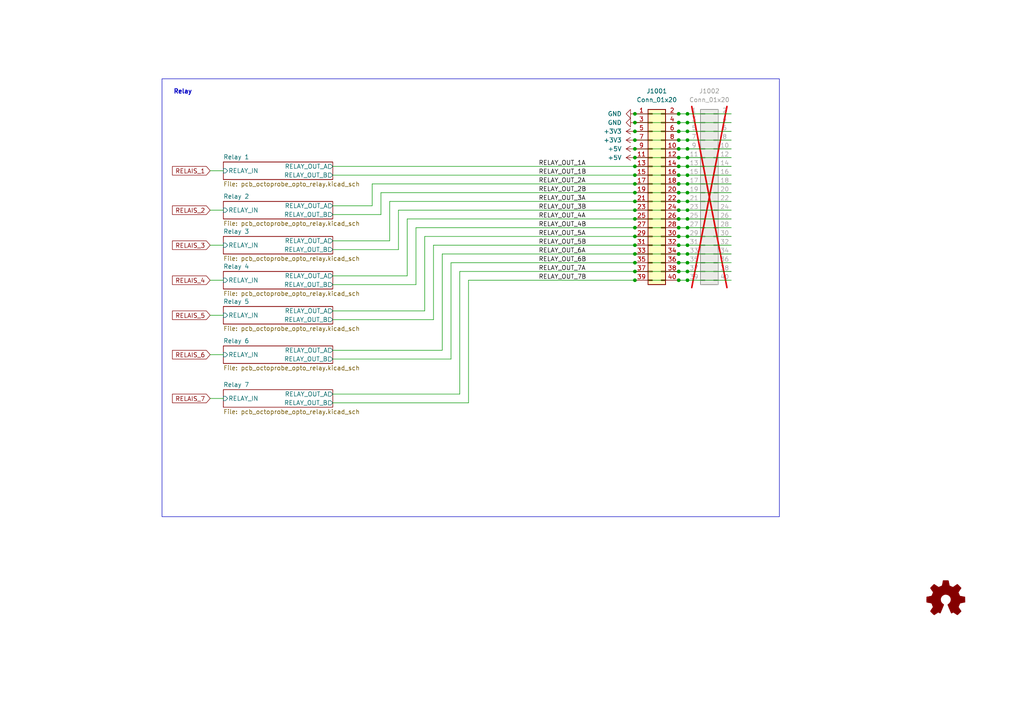
<source format=kicad_sch>
(kicad_sch (version 20231120) (generator "eeschema") (generator_version "8.0")
  (paper "A4")
  (title_block (title "Octoprobe tentacle") (date "2024-07-31") (rev "0.3") (company "Hans Märki, Märki Informatik") (comment 1 "The MIT License (MIT)"))
  (lib_symbols
    (symbol "Connector_Generic:Conn_02x20_Odd_Even" (pin_names (offset 1.016) hide)
      (property "Reference" "J" (at 1.27 25.4 0))
      (property "Value" "Conn_02x20_Odd_Even" (at 1.27 -27.94 0))
      (symbol "Conn_02x20_Odd_Even_1_1"
        (rectangle (start -1.27 -25.273) (end 0 -25.527) (stroke (width 0.1524)))
        (rectangle (start -1.27 -22.733) (end 0 -22.987) (stroke (width 0.1524)))
        (rectangle (start -1.27 -20.193) (end 0 -20.447) (stroke (width 0.1524)))
        (rectangle (start -1.27 -17.653) (end 0 -17.907) (stroke (width 0.1524)))
        (rectangle (start -1.27 -15.113) (end 0 -15.367) (stroke (width 0.1524)))
        (rectangle (start -1.27 -12.573) (end 0 -12.827) (stroke (width 0.1524)))
        (rectangle (start -1.27 -10.033) (end 0 -10.287) (stroke (width 0.1524)))
        (rectangle (start -1.27 -7.493) (end 0 -7.747) (stroke (width 0.1524)))
        (rectangle (start -1.27 -4.953) (end 0 -5.207) (stroke (width 0.1524)))
        (rectangle (start -1.27 -2.413) (end 0 -2.667) (stroke (width 0.1524)))
        (rectangle (start -1.27 0.127) (end 0 -0.127) (stroke (width 0.1524)))
        (rectangle (start -1.27 2.667) (end 0 2.413) (stroke (width 0.1524)))
        (rectangle (start -1.27 5.207) (end 0 4.953) (stroke (width 0.1524)))
        (rectangle (start -1.27 7.747) (end 0 7.493) (stroke (width 0.1524)))
        (rectangle (start -1.27 10.287) (end 0 10.033) (stroke (width 0.1524)))
        (rectangle (start -1.27 12.827) (end 0 12.573) (stroke (width 0.1524)))
        (rectangle (start -1.27 15.367) (end 0 15.113) (stroke (width 0.1524)))
        (rectangle (start -1.27 17.907) (end 0 17.653) (stroke (width 0.1524)))
        (rectangle (start -1.27 20.447) (end 0 20.193) (stroke (width 0.1524)))
        (rectangle (start -1.27 22.987) (end 0 22.733) (stroke (width 0.1524)))
        (rectangle (start -1.27 24.13) (end 3.81 -26.67) (stroke (width 0.254)) (fill (type background)))
        (rectangle (start 3.81 -25.273) (end 2.54 -25.527) (stroke (width 0.1524)))
        (rectangle (start 3.81 -22.733) (end 2.54 -22.987) (stroke (width 0.1524)))
        (rectangle (start 3.81 -20.193) (end 2.54 -20.447) (stroke (width 0.1524)))
        (rectangle (start 3.81 -17.653) (end 2.54 -17.907) (stroke (width 0.1524)))
        (rectangle (start 3.81 -15.113) (end 2.54 -15.367) (stroke (width 0.1524)))
        (rectangle (start 3.81 -12.573) (end 2.54 -12.827) (stroke (width 0.1524)))
        (rectangle (start 3.81 -10.033) (end 2.54 -10.287) (stroke (width 0.1524)))
        (rectangle (start 3.81 -7.493) (end 2.54 -7.747) (stroke (width 0.1524)))
        (rectangle (start 3.81 -4.953) (end 2.54 -5.207) (stroke (width 0.1524)))
        (rectangle (start 3.81 -2.413) (end 2.54 -2.667) (stroke (width 0.1524)))
        (rectangle (start 3.81 0.127) (end 2.54 -0.127) (stroke (width 0.1524)))
        (rectangle (start 3.81 2.667) (end 2.54 2.413) (stroke (width 0.1524)))
        (rectangle (start 3.81 5.207) (end 2.54 4.953) (stroke (width 0.1524)))
        (rectangle (start 3.81 7.747) (end 2.54 7.493) (stroke (width 0.1524)))
        (rectangle (start 3.81 10.287) (end 2.54 10.033) (stroke (width 0.1524)))
        (rectangle (start 3.81 12.827) (end 2.54 12.573) (stroke (width 0.1524)))
        (rectangle (start 3.81 15.367) (end 2.54 15.113) (stroke (width 0.1524)))
        (rectangle (start 3.81 17.907) (end 2.54 17.653) (stroke (width 0.1524)))
        (rectangle (start 3.81 20.447) (end 2.54 20.193) (stroke (width 0.1524)))
        (rectangle (start 3.81 22.987) (end 2.54 22.733) (stroke (width 0.1524)))
        (pin passive line (at -5.08 22.86 0) (length 3.81) (name "Pin_1") (number "1"))
        (pin passive line (at 7.62 12.7 180) (length 3.81) (name "Pin_10") (number "10"))
        (pin passive line (at -5.08 10.16 0) (length 3.81) (name "Pin_11") (number "11"))
        (pin passive line (at 7.62 10.16 180) (length 3.81) (name "Pin_12") (number "12"))
        (pin passive line (at -5.08 7.62 0) (length 3.81) (name "Pin_13") (number "13"))
        (pin passive line (at 7.62 7.62 180) (length 3.81) (name "Pin_14") (number "14"))
        (pin passive line (at -5.08 5.08 0) (length 3.81) (name "Pin_15") (number "15"))
        (pin passive line (at 7.62 5.08 180) (length 3.81) (name "Pin_16") (number "16"))
        (pin passive line (at -5.08 2.54 0) (length 3.81) (name "Pin_17") (number "17"))
        (pin passive line (at 7.62 2.54 180) (length 3.81) (name "Pin_18") (number "18"))
        (pin passive line (at -5.08 0 0) (length 3.81) (name "Pin_19") (number "19"))
        (pin passive line (at 7.62 22.86 180) (length 3.81) (name "Pin_2") (number "2"))
        (pin passive line (at 7.62 0 180) (length 3.81) (name "Pin_20") (number "20"))
        (pin passive line (at -5.08 -2.54 0) (length 3.81) (name "Pin_21") (number "21"))
        (pin passive line (at 7.62 -2.54 180) (length 3.81) (name "Pin_22") (number "22"))
        (pin passive line (at -5.08 -5.08 0) (length 3.81) (name "Pin_23") (number "23"))
        (pin passive line (at 7.62 -5.08 180) (length 3.81) (name "Pin_24") (number "24"))
        (pin passive line (at -5.08 -7.62 0) (length 3.81) (name "Pin_25") (number "25"))
        (pin passive line (at 7.62 -7.62 180) (length 3.81) (name "Pin_26") (number "26"))
        (pin passive line (at -5.08 -10.16 0) (length 3.81) (name "Pin_27") (number "27"))
        (pin passive line (at 7.62 -10.16 180) (length 3.81) (name "Pin_28") (number "28"))
        (pin passive line (at -5.08 -12.7 0) (length 3.81) (name "Pin_29") (number "29"))
        (pin passive line (at -5.08 20.32 0) (length 3.81) (name "Pin_3") (number "3"))
        (pin passive line (at 7.62 -12.7 180) (length 3.81) (name "Pin_30") (number "30"))
        (pin passive line (at -5.08 -15.24 0) (length 3.81) (name "Pin_31") (number "31"))
        (pin passive line (at 7.62 -15.24 180) (length 3.81) (name "Pin_32") (number "32"))
        (pin passive line (at -5.08 -17.78 0) (length 3.81) (name "Pin_33") (number "33"))
        (pin passive line (at 7.62 -17.78 180) (length 3.81) (name "Pin_34") (number "34"))
        (pin passive line (at -5.08 -20.32 0) (length 3.81) (name "Pin_35") (number "35"))
        (pin passive line (at 7.62 -20.32 180) (length 3.81) (name "Pin_36") (number "36"))
        (pin passive line (at -5.08 -22.86 0) (length 3.81) (name "Pin_37") (number "37"))
        (pin passive line (at 7.62 -22.86 180) (length 3.81) (name "Pin_38") (number "38"))
        (pin passive line (at -5.08 -25.4 0) (length 3.81) (name "Pin_39") (number "39"))
        (pin passive line (at 7.62 20.32 180) (length 3.81) (name "Pin_4") (number "4"))
        (pin passive line (at 7.62 -25.4 180) (length 3.81) (name "Pin_40") (number "40"))
        (pin passive line (at -5.08 17.78 0) (length 3.81) (name "Pin_5") (number "5"))
        (pin passive line (at 7.62 17.78 180) (length 3.81) (name "Pin_6") (number "6"))
        (pin passive line (at -5.08 15.24 0) (length 3.81) (name "Pin_7") (number "7"))
        (pin passive line (at 7.62 15.24 180) (length 3.81) (name "Pin_8") (number "8"))
        (pin passive line (at -5.08 12.7 0) (length 3.81) (name "Pin_9") (number "9"))
      )
    )
    (symbol "Graphic:Logo_Open_Hardware_Small" (in_bom no) (on_board no)
      (symbol "Logo_Open_Hardware_Small_0_1"
        (polyline (pts (xy 3.3528 -4.3434) (xy 3.302 -4.318) (xy 3.175 -4.2418) (xy 2.9972 -4.1148) (xy 2.7686 -3.9624) (xy 2.54 -3.81) (xy 2.3622 -3.7084) (xy 2.2352 -3.6068) (xy 2.1844 -3.5814) (xy 2.159 -3.6068) (xy 2.0574 -3.6576) (xy 1.905 -3.7338) (xy 1.8034 -3.7846) (xy 1.6764 -3.8354) (xy 1.6002 -3.8354) (xy 1.6002 -3.8354) (xy 1.5494 -3.7338) (xy 1.4732 -3.5306) (xy 1.3462 -3.302) (xy 1.2446 -3.0226) (xy 1.1176 -2.7178) (xy 0.9652 -2.413) (xy 0.8636 -2.1082) (xy 0.7366 -1.8288) (xy 0.6604 -1.6256) (xy 0.6096 -1.4732) (xy 0.5842 -1.397) (xy 0.5842 -1.397) (xy 0.6604 -1.3208) (xy 0.7874 -1.2446) (xy 1.0414 -1.016) (xy 1.2954 -0.6858) (xy 1.4478 -0.3302) (xy 1.524 0.0762) (xy 1.4732 0.4572) (xy 1.3208 0.8128) (xy 1.0668 1.143) (xy 0.762 1.3716) (xy 0.4064 1.524) (xy 0 1.5748) (xy -0.381 1.5494) (xy -0.7366 1.397) (xy -1.0668 1.143) (xy -1.2192 0.9906) (xy -1.397 0.6604) (xy -1.524 0.3048) (xy -1.524 0.2286) (xy -1.4986 -0.1778) (xy -1.397 -0.5334) (xy -1.1938 -0.8636) (xy -0.9144 -1.143) (xy -0.8636 -1.1684) (xy -0.7366 -1.27) (xy -0.635 -1.3462) (xy -0.5842 -1.397) (xy -1.0668 -2.5908) (xy -1.143 -2.794) (xy -1.2954 -3.1242) (xy -1.397 -3.4036) (xy -1.4986 -3.6322) (xy -1.5748 -3.7846) (xy -1.6002 -3.8354) (xy -1.6002 -3.8354) (xy -1.651 -3.8354) (xy -1.7272 -3.81) (xy -1.905 -3.7338) (xy -2.0066 -3.683) (xy -2.1336 -3.6068) (xy -2.2098 -3.5814) (xy -2.2606 -3.6068) (xy -2.3622 -3.683) (xy -2.54 -3.81) (xy -2.7686 -3.9624) (xy -2.9718 -4.0894) (xy -3.1496 -4.2164) (xy -3.302 -4.318) (xy -3.3528 -4.3434) (xy -3.3782 -4.3434) (xy -3.429 -4.318) (xy -3.5306 -4.2164) (xy -3.7084 -4.064) (xy -3.937 -3.8354) (xy -3.9624 -3.81) (xy -4.1656 -3.6068) (xy -4.318 -3.4544) (xy -4.4196 -3.3274) (xy -4.445 -3.2766) (xy -4.445 -3.2766) (xy -4.4196 -3.2258) (xy -4.318 -3.0734) (xy -4.2164 -2.8956) (xy -4.064 -2.667) (xy -3.6576 -2.0828) (xy -3.8862 -1.5494) (xy -3.937 -1.3716) (xy -4.0386 -1.1684) (xy -4.0894 -1.0414) (xy -4.1148 -0.9652) (xy -4.191 -0.9398) (xy -4.318 -0.9144) (xy -4.5466 -0.8636) (xy -4.8006 -0.8128) (xy -5.0546 -0.7874) (xy -5.2578 -0.7366) (xy -5.4356 -0.7112) (xy -5.5118 -0.6858) (xy -5.5118 -0.6858) (xy -5.5372 -0.635) (xy -5.5372 -0.5588) (xy -5.5372 -0.4318) (xy -5.5626 -0.2286) (xy -5.5626 0.0762) (xy -5.5626 0.127) (xy -5.5372 0.4064) (xy -5.5372 0.635) (xy -5.5372 0.762) (xy -5.5372 0.8382) (xy -5.5372 0.8382) (xy -5.461 0.8382) (xy -5.3086 0.889) (xy -5.08 0.9144) (xy -4.826 0.9652) (xy -4.8006 0.9906) (xy -4.5466 1.0414) (xy -4.318 1.0668) (xy -4.1656 1.1176) (xy -4.0894 1.143) (xy -4.0894 1.143) (xy -4.0386 1.2446) (xy -3.9624 1.4224) (xy -3.8608 1.6256) (xy -3.7846 1.8288) (xy -3.7084 2.0066) (xy -3.6576 2.159) (xy -3.6322 2.2098) (xy -3.6322 2.2098) (xy -3.683 2.286) (xy -3.7592 2.413) (xy -3.8862 2.5908) (xy -4.064 2.8194) (xy -4.064 2.8448) (xy -4.2164 3.0734) (xy -4.3434 3.2512) (xy -4.4196 3.3782) (xy -4.445 3.4544) (xy -4.445 3.4544) (xy -4.3942 3.5052) (xy -4.2926 3.6322) (xy -4.1148 3.81) (xy -3.937 4.0132) (xy -3.8608 4.064) (xy -3.6576 4.2926) (xy -3.5052 4.4196) (xy -3.4036 4.4958) (xy -3.3528 4.5212) (xy -3.3528 4.5212) (xy -3.302 4.4704) (xy -3.1496 4.3688) (xy -2.9718 4.2418) (xy -2.7432 4.0894) (xy -2.7178 4.0894) (xy -2.4892 3.937) (xy -2.3114 3.81) (xy -2.1844 3.7084) (xy -2.1336 3.683) (xy -2.1082 3.683) (xy -2.032 3.7084) (xy -1.8542 3.7592) (xy -1.6764 3.8354) (xy -1.4732 3.937) (xy -1.27 4.0132) (xy -1.143 4.064) (xy -1.0668 4.1148) (xy -1.0668 4.1148) (xy -1.0414 4.191) (xy -1.016 4.3434) (xy -0.9652 4.572) (xy -0.9144 4.8514) (xy -0.889 4.9022) (xy -0.8382 5.1562) (xy -0.8128 5.3848) (xy -0.7874 5.5372) (xy -0.762 5.588) (xy -0.7112 5.6134) (xy -0.5842 5.6134) (xy -0.4064 5.6134) (xy -0.1524 5.6134) (xy 0.0762 5.6134) (xy 0.3302 5.6134) (xy 0.5334 5.6134) (xy 0.6858 5.588) (xy 0.7366 5.588) (xy 0.7366 5.588) (xy 0.762 5.5118) (xy 0.8128 5.334) (xy 0.8382 5.1054) (xy 0.9144 4.826) (xy 0.9144 4.7752) (xy 0.9652 4.5212) (xy 1.016 4.2926) (xy 1.0414 4.1402) (xy 1.0668 4.0894) (xy 1.0668 4.0894) (xy 1.1938 4.0386) (xy 1.3716 3.9624) (xy 1.5748 3.8608) (xy 2.0828 3.6576) (xy 2.7178 4.0894) (xy 2.7686 4.1402) (xy 2.9972 4.2926) (xy 3.175 4.4196) (xy 3.302 4.4958) (xy 3.3782 4.5212) (xy 3.3782 4.5212) (xy 3.429 4.4704) (xy 3.556 4.3434) (xy 3.7338 4.191) (xy 3.9116 3.9878) (xy 4.064 3.8354) (xy 4.2418 3.6576) (xy 4.3434 3.556) (xy 4.4196 3.4798) (xy 4.4196 3.429) (xy 4.4196 3.4036) (xy 4.3942 3.3274) (xy 4.2926 3.2004) (xy 4.1656 2.9972) (xy 4.0132 2.794) (xy 3.8862 2.5908) (xy 3.7592 2.3876) (xy 3.6576 2.2352) (xy 3.6322 2.159) (xy 3.6322 2.1336) (xy 3.683 2.0066) (xy 3.7592 1.8288) (xy 3.8608 1.6002) (xy 4.064 1.1176) (xy 4.3942 1.0414) (xy 4.5974 1.016) (xy 4.8768 0.9652) (xy 5.1308 0.9144) (xy 5.5372 0.8382) (xy 5.5626 -0.6604) (xy 5.4864 -0.6858) (xy 5.4356 -0.6858) (xy 5.2832 -0.7366) (xy 5.0546 -0.762) (xy 4.8006 -0.8128) (xy 4.5974 -0.8636) (xy 4.3688 -0.9144) (xy 4.2164 -0.9398) (xy 4.1402 -0.9398) (xy 4.1148 -0.9652) (xy 4.064 -1.0668) (xy 3.9878 -1.2446) (xy 3.9116 -1.4478) (xy 3.81 -1.651) (xy 3.7338 -1.8542) (xy 3.683 -2.0066) (xy 3.6576 -2.0828) (xy 3.683 -2.1336) (xy 3.7846 -2.2606) (xy 3.8862 -2.4638) (xy 4.0386 -2.667) (xy 4.191 -2.8956) (xy 4.318 -3.0734) (xy 4.3942 -3.2004) (xy 4.445 -3.2766) (xy 4.4196 -3.3274) (xy 4.3434 -3.429) (xy 4.1656 -3.5814) (xy 3.937 -3.8354) (xy 3.8862 -3.8608) (xy 3.683 -4.064) (xy 3.5306 -4.2164) (xy 3.4036 -4.318) (xy 3.3528 -4.3434)) (fill (type outline)))
      )
    )
    (symbol "power:+3V3" (power) (pin_numbers hide) (pin_names (offset 0) hide)
      (property "Value" "+3V3" (at 0 3.556 0))
      (symbol "+3V3_0_1"
        (polyline (pts (xy -0.762 1.27) (xy 0 2.54)))
        (polyline (pts (xy 0 0) (xy 0 2.54)))
        (polyline (pts (xy 0 2.54) (xy 0.762 1.27)))
      )
      (symbol "+3V3_1_1"
        (pin power_in line (at 0 0 90) (length 0) (name "~") (number "1"))
      )
    )
    (symbol "power:+5V" (power) (pin_numbers hide) (pin_names (offset 0) hide)
      (property "Value" "+5V" (at 0 3.556 0))
      (symbol "+5V_0_1"
        (polyline (pts (xy -0.762 1.27) (xy 0 2.54)))
        (polyline (pts (xy 0 0) (xy 0 2.54)))
        (polyline (pts (xy 0 2.54) (xy 0.762 1.27)))
      )
      (symbol "+5V_1_1"
        (pin power_in line (at 0 0 90) (length 0) (name "~") (number "1"))
      )
    )
    (symbol "power:GND" (power) (pin_numbers hide) (pin_names (offset 0) hide)
      (property "Value" "GND" (at 0 -3.81 0))
      (symbol "GND_0_1"
        (polyline (pts (xy 0 0) (xy 0 -1.27) (xy 1.27 -1.27) (xy 0 -2.54) (xy -1.27 -1.27) (xy 0 -1.27)))
      )
      (symbol "GND_1_1"
        (pin power_in line (at 0 0 270) (length 0) (name "~") (number "1"))
      )
    )
  )
  (junction (at 199.39 66.04))
  (junction (at 184.15 33.02))
  (junction (at 184.15 66.04))
  (junction (at 196.85 35.56))
  (junction (at 184.15 68.58))
  (junction (at 184.15 40.64))
  (junction (at 196.85 53.34))
  (junction (at 196.85 50.8))
  (junction (at 184.15 73.66))
  (junction (at 196.85 68.58))
  (junction (at 196.85 60.96))
  (junction (at 184.15 53.34))
  (junction (at 184.15 38.1))
  (junction (at 184.15 55.88))
  (junction (at 199.39 76.2))
  (junction (at 184.15 60.96))
  (junction (at 196.85 76.2))
  (junction (at 199.39 53.34))
  (junction (at 184.15 45.72))
  (junction (at 196.85 71.12))
  (junction (at 199.39 73.66))
  (junction (at 184.15 81.28))
  (junction (at 196.85 55.88))
  (junction (at 199.39 55.88))
  (junction (at 199.39 35.56))
  (junction (at 184.15 71.12))
  (junction (at 184.15 48.26))
  (junction (at 199.39 60.96))
  (junction (at 196.85 78.74))
  (junction (at 199.39 40.64))
  (junction (at 184.15 78.74))
  (junction (at 199.39 78.74))
  (junction (at 199.39 71.12))
  (junction (at 199.39 43.18))
  (junction (at 199.39 45.72))
  (junction (at 184.15 58.42))
  (junction (at 199.39 33.02))
  (junction (at 196.85 58.42))
  (junction (at 184.15 76.2))
  (junction (at 184.15 43.18))
  (junction (at 184.15 63.5))
  (junction (at 199.39 68.58))
  (junction (at 196.85 33.02))
  (junction (at 199.39 50.8))
  (junction (at 196.85 66.04))
  (junction (at 199.39 48.26))
  (junction (at 196.85 73.66))
  (junction (at 196.85 40.64))
  (junction (at 184.15 35.56))
  (junction (at 184.15 50.8))
  (junction (at 196.85 45.72))
  (junction (at 196.85 48.26))
  (junction (at 196.85 43.18))
  (junction (at 196.85 81.28))
  (junction (at 199.39 81.28))
  (junction (at 196.85 63.5))
  (junction (at 196.85 38.1))
  (junction (at 199.39 58.42))
  (junction (at 199.39 63.5))
  (junction (at 199.39 38.1))
  (wire (pts (xy 135.89 81.28) (xy 184.15 81.28)))
  (wire (pts (xy 123.19 90.17) (xy 123.19 68.58)))
  (wire (pts (xy 135.89 116.84) (xy 135.89 81.28)))
  (wire (pts (xy 120.65 66.04) (xy 120.65 82.55)))
  (wire (pts (xy 113.03 69.85) (xy 96.52 69.85)))
  (wire (pts (xy 125.73 92.71) (xy 125.73 71.12)))
  (wire (pts (xy 199.39 53.34) (xy 212.09 53.34)))
  (wire (pts (xy 199.39 33.02) (xy 212.09 33.02)))
  (wire (pts (xy 125.73 71.12) (xy 184.15 71.12)))
  (wire (pts (xy 184.15 40.64) (xy 196.85 40.64)))
  (wire (pts (xy 196.85 68.58) (xy 199.39 68.58)))
  (wire (pts (xy 107.95 53.34) (xy 184.15 53.34)))
  (wire (pts (xy 184.15 50.8) (xy 196.85 50.8)))
  (wire (pts (xy 96.52 90.17) (xy 123.19 90.17)))
  (wire (pts (xy 199.39 73.66) (xy 212.09 73.66)))
  (wire (pts (xy 184.15 73.66) (xy 196.85 73.66)))
  (wire (pts (xy 184.15 81.28) (xy 196.85 81.28)))
  (wire (pts (xy 184.15 55.88) (xy 196.85 55.88)))
  (wire (pts (xy 196.85 81.28) (xy 199.39 81.28)))
  (wire (pts (xy 184.15 48.26) (xy 196.85 48.26)))
  (wire (pts (xy 184.15 53.34) (xy 196.85 53.34)))
  (wire (pts (xy 184.15 35.56) (xy 196.85 35.56)))
  (wire (pts (xy 196.85 71.12) (xy 199.39 71.12)))
  (wire (pts (xy 184.15 63.5) (xy 196.85 63.5)))
  (wire (pts (xy 184.15 68.58) (xy 196.85 68.58)))
  (wire (pts (xy 118.11 63.5) (xy 118.11 80.01)))
  (wire (pts (xy 60.96 60.96) (xy 64.77 60.96)))
  (wire (pts (xy 130.81 104.14) (xy 130.81 76.2)))
  (wire (pts (xy 60.96 49.53) (xy 64.77 49.53)))
  (wire (pts (xy 184.15 78.74) (xy 133.35 78.74)))
  (wire (pts (xy 184.15 45.72) (xy 196.85 45.72)))
  (wire (pts (xy 184.15 43.18) (xy 196.85 43.18)))
  (wire (pts (xy 115.57 72.39) (xy 115.57 60.96)))
  (wire (pts (xy 184.15 76.2) (xy 196.85 76.2)))
  (wire (pts (xy 125.73 92.71) (xy 96.52 92.71)))
  (wire (pts (xy 96.52 116.84) (xy 135.89 116.84)))
  (wire (pts (xy 196.85 50.8) (xy 199.39 50.8)))
  (wire (pts (xy 184.15 33.02) (xy 196.85 33.02)))
  (wire (pts (xy 196.85 40.64) (xy 199.39 40.64)))
  (wire (pts (xy 60.96 102.87) (xy 64.77 102.87)))
  (wire (pts (xy 199.39 58.42) (xy 212.09 58.42)))
  (wire (pts (xy 196.85 78.74) (xy 199.39 78.74)))
  (wire (pts (xy 199.39 45.72) (xy 212.09 45.72)))
  (wire (pts (xy 199.39 55.88) (xy 212.09 55.88)))
  (wire (pts (xy 96.52 72.39) (xy 115.57 72.39)))
  (wire (pts (xy 199.39 43.18) (xy 212.09 43.18)))
  (wire (pts (xy 199.39 71.12) (xy 212.09 71.12)))
  (wire (pts (xy 128.27 73.66) (xy 128.27 101.6)))
  (wire (pts (xy 199.39 68.58) (xy 212.09 68.58)))
  (wire (pts (xy 96.52 48.26) (xy 184.15 48.26)))
  (wire (pts (xy 120.65 82.55) (xy 96.52 82.55)))
  (wire (pts (xy 133.35 114.3) (xy 96.52 114.3)))
  (wire (pts (xy 199.39 50.8) (xy 212.09 50.8)))
  (wire (pts (xy 196.85 43.18) (xy 199.39 43.18)))
  (wire (pts (xy 196.85 63.5) (xy 199.39 63.5)))
  (wire (pts (xy 120.65 66.04) (xy 184.15 66.04)))
  (wire (pts (xy 196.85 58.42) (xy 199.39 58.42)))
  (wire (pts (xy 60.96 91.44) (xy 64.77 91.44)))
  (wire (pts (xy 199.39 60.96) (xy 212.09 60.96)))
  (wire (pts (xy 184.15 78.74) (xy 196.85 78.74)))
  (wire (pts (xy 196.85 73.66) (xy 199.39 73.66)))
  (wire (pts (xy 199.39 66.04) (xy 212.09 66.04)))
  (wire (pts (xy 110.49 62.23) (xy 110.49 55.88)))
  (wire (pts (xy 184.15 60.96) (xy 196.85 60.96)))
  (wire (pts (xy 184.15 71.12) (xy 196.85 71.12)))
  (wire (pts (xy 196.85 35.56) (xy 199.39 35.56)))
  (wire (pts (xy 196.85 55.88) (xy 199.39 55.88)))
  (wire (pts (xy 184.15 66.04) (xy 196.85 66.04)))
  (wire (pts (xy 199.39 40.64) (xy 212.09 40.64)))
  (wire (pts (xy 96.52 80.01) (xy 118.11 80.01)))
  (wire (pts (xy 199.39 35.56) (xy 212.09 35.56)))
  (wire (pts (xy 128.27 73.66) (xy 184.15 73.66)))
  (wire (pts (xy 199.39 81.28) (xy 212.09 81.28)))
  (wire (pts (xy 196.85 66.04) (xy 199.39 66.04)))
  (wire (pts (xy 115.57 60.96) (xy 184.15 60.96)))
  (wire (pts (xy 196.85 45.72) (xy 199.39 45.72)))
  (wire (pts (xy 196.85 48.26) (xy 199.39 48.26)))
  (wire (pts (xy 199.39 48.26) (xy 212.09 48.26)))
  (wire (pts (xy 196.85 76.2) (xy 199.39 76.2)))
  (wire (pts (xy 110.49 55.88) (xy 184.15 55.88)))
  (wire (pts (xy 96.52 50.8) (xy 184.15 50.8)))
  (wire (pts (xy 107.95 53.34) (xy 107.95 59.69)))
  (wire (pts (xy 133.35 78.74) (xy 133.35 114.3)))
  (wire (pts (xy 196.85 60.96) (xy 199.39 60.96)))
  (wire (pts (xy 107.95 59.69) (xy 96.52 59.69)))
  (wire (pts (xy 196.85 53.34) (xy 199.39 53.34)))
  (wire (pts (xy 60.96 81.28) (xy 64.77 81.28)))
  (wire (pts (xy 196.85 38.1) (xy 199.39 38.1)))
  (wire (pts (xy 118.11 63.5) (xy 184.15 63.5)))
  (wire (pts (xy 96.52 104.14) (xy 130.81 104.14)))
  (wire (pts (xy 184.15 58.42) (xy 196.85 58.42)))
  (wire (pts (xy 199.39 38.1) (xy 212.09 38.1)))
  (wire (pts (xy 96.52 62.23) (xy 110.49 62.23)))
  (wire (pts (xy 199.39 78.74) (xy 212.09 78.74)))
  (wire (pts (xy 113.03 58.42) (xy 184.15 58.42)))
  (wire (pts (xy 196.85 33.02) (xy 199.39 33.02)))
  (wire (pts (xy 199.39 63.5) (xy 212.09 63.5)))
  (wire (pts (xy 113.03 58.42) (xy 113.03 69.85)))
  (wire (pts (xy 184.15 38.1) (xy 196.85 38.1)))
  (wire (pts (xy 60.96 115.57) (xy 64.77 115.57)))
  (wire (pts (xy 123.19 68.58) (xy 184.15 68.58)))
  (wire (pts (xy 60.96 71.12) (xy 64.77 71.12)))
  (wire (pts (xy 130.81 76.2) (xy 184.15 76.2)))
  (wire (pts (xy 199.39 76.2) (xy 212.09 76.2)))
  (wire (pts (xy 128.27 101.6) (xy 96.52 101.6)))
  (rectangle (start 46.99 22.86) (end 226.06 149.86))
  (text "Relay" (at 50.292 27.432 0) (effects (font (size 1.27 1.27) (thickness 0.254) (bold yes)) (justify left bottom)))
  (label "RELAY_OUT_3B" (at 156.21 60.96 0))
  (label "RELAY_OUT_2B" (at 156.21 55.88 0))
  (label "RELAY_OUT_1A" (at 156.21 48.26 0))
  (label "RELAY_OUT_5A" (at 156.21 68.58 0))
  (label "RELAY_OUT_1B" (at 156.21 50.8 0))
  (label "RELAY_OUT_4A" (at 156.21 63.5 0))
  (label "RELAY_OUT_5B" (at 156.21 71.12 0))
  (label "RELAY_OUT_3A" (at 156.21 58.42 0))
  (label "RELAY_OUT_7B" (at 156.21 81.28 0))
  (label "RELAY_OUT_7A" (at 156.21 78.74 0))
  (label "RELAY_OUT_4B" (at 156.21 66.04 0))
  (label "RELAY_OUT_6A" (at 156.21 73.66 0))
  (label "RELAY_OUT_2A" (at 156.21 53.34 0))
  (label "RELAY_OUT_6B" (at 156.21 76.2 0))
  (global_label "RELAIS_5" (shape input) (at 60.96 91.44 180) (property "Intersheetrefs" "${INTERSHEET_REFS}" (effects (hide yes))))
  (global_label "RELAIS_3" (shape input) (at 60.96 71.12 180) (property "Intersheetrefs" "${INTERSHEET_REFS}" (effects (hide yes))))
  (global_label "RELAIS_6" (shape input) (at 60.96 102.87 180) (property "Intersheetrefs" "${INTERSHEET_REFS}" (effects (hide yes))))
  (global_label "RELAIS_7" (shape input) (at 60.96 115.57 180) (property "Intersheetrefs" "${INTERSHEET_REFS}" (effects (hide yes))))
  (global_label "RELAIS_4" (shape input) (at 60.96 81.28 180) (property "Intersheetrefs" "${INTERSHEET_REFS}" (effects (hide yes))))
  (global_label "RELAIS_2" (shape input) (at 60.96 60.96 180) (property "Intersheetrefs" "${INTERSHEET_REFS}" (effects (hide yes))))
  (global_label "RELAIS_1" (shape input) (at 60.96 49.53 180) (property "Intersheetrefs" "${INTERSHEET_REFS}" (effects (hide yes))))
  (symbol (lib_id "power:+3V3") (at 184.15 38.1 90) (unit 1)
    (property "Reference" "#PWR01003" (effects (hide yes)))
    (property "Value" "+3V3" (at 180.34 38.0999 90) (effects (justify left)))
    (property "Description" "Power symbol creates a global label with name \"+3V3\"" (effects (hide yes)))
  )
  (symbol (lib_id "Connector_Generic:Conn_02x20_Odd_Even") (at 204.47 55.88 0) (unit 1) (in_bom no) (dnp yes)
    (property "Reference" "J1002" (at 205.74 26.416 0))
    (property "Value" "Conn_01x20" (at 205.74 28.956 0))
    (property "Footprint" "00_project_library:PinSocket_2x20_P2.54mm_Vertical_squarepad" (effects (hide yes)))
  )
  (symbol (lib_id "Graphic:Logo_Open_Hardware_Small") (at 274.32 173.99 0) (unit 1) (exclude_from_sim yes) (in_bom no) (on_board no)
    (property "Reference" "#SYM501" (effects (hide yes)))
    (property "Value" "Logo_Open_Hardware_Small" (effects (hide yes)))
    (property "Description" "Open Hardware logo, small" (effects (hide yes)))
  )
  (symbol (lib_id "power:+3V3") (at 184.15 40.64 90) (unit 1)
    (property "Reference" "#PWR01004" (effects (hide yes)))
    (property "Value" "+3V3" (at 180.34 40.6399 90) (effects (justify left)))
    (property "Description" "Power symbol creates a global label with name \"+3V3\"" (effects (hide yes)))
  )
  (symbol (lib_id "power:GND") (at 184.15 33.02 270) (unit 1)
    (property "Reference" "#PWR01001" (effects (hide yes)))
    (property "Value" "GND" (at 180.34 33.0199 90) (effects (justify right)))
    (property "Description" "Power symbol creates a global label with name \"GND\" , ground" (effects (hide yes)))
  )
  (symbol (lib_id "Connector_Generic:Conn_02x20_Odd_Even") (at 189.23 55.88 0) (unit 1) (in_bom no)
    (property "Reference" "J1001" (at 190.5 26.416 0))
    (property "Value" "Conn_01x20" (at 190.5 28.956 0))
    (property "Footprint" "00_project_library:PinSocket_2x20_P2.54mm_Vertical_squarepad" (effects (hide yes)))
  )
  (symbol (lib_id "power:+5V") (at 184.15 45.72 90) (unit 1)
    (property "Reference" "#PWR01006" (effects (hide yes)))
    (property "Value" "+5V" (at 180.34 45.7199 90) (effects (justify left)))
    (property "Description" "Power symbol creates a global label with name \"+5V\"" (effects (hide yes)))
  )
  (symbol (lib_id "power:GND") (at 184.15 35.56 270) (unit 1)
    (property "Reference" "#PWR01002" (effects (hide yes)))
    (property "Value" "GND" (at 180.34 35.5599 90) (effects (justify right)))
    (property "Description" "Power symbol creates a global label with name \"GND\" , ground" (effects (hide yes)))
  )
  (symbol (lib_id "power:+5V") (at 184.15 43.18 90) (unit 1)
    (property "Reference" "#PWR01005" (effects (hide yes)))
    (property "Value" "+5V" (at 180.34 43.1799 90) (effects (justify left)))
    (property "Description" "Power symbol creates a global label with name \"+5V\"" (effects (hide yes)))
  )
  (sheet (at 64.77 100.33) (size 31.75 5.08) (stroke (width 0.1524))
    (property "Sheetname" "Relay 6" (at 64.77 99.6184 0) (effects (justify left bottom)))
    (property "Sheetfile" "pcb_octoprobe_opto_relay.kicad_sch" (at 64.77 105.9946 0) (effects (justify left top)))
    (property "RELAIS_NUMBER" "6" (effects (hide yes)))
    (pin "RELAY_IN" input (at 64.77 102.87 180))
    (pin "RELAY_OUT_B" output (at 96.52 104.14 0))
    (pin "RELAY_OUT_A" output (at 96.52 101.6 0))
  )
  (sheet (at 64.77 113.03) (size 31.75 5.08) (stroke (width 0.1524))
    (property "Sheetname" "Relay 7" (at 64.77 112.3184 0) (effects (justify left bottom)))
    (property "Sheetfile" "pcb_octoprobe_opto_relay.kicad_sch" (at 64.77 118.6946 0) (effects (justify left top)))
    (property "RELAIS_NUMBER" "7" (effects (hide yes)))
    (pin "RELAY_IN" input (at 64.77 115.57 180))
    (pin "RELAY_OUT_B" output (at 96.52 116.84 0))
    (pin "RELAY_OUT_A" output (at 96.52 114.3 0))
  )
  (sheet (at 64.77 88.9) (size 31.75 5.08) (stroke (width 0.1524))
    (property "Sheetname" "Relay 5" (at 64.77 88.1884 0) (effects (justify left bottom)))
    (property "Sheetfile" "pcb_octoprobe_opto_relay.kicad_sch" (at 64.77 94.5646 0) (effects (justify left top)))
    (property "RELAIS_NUMBER" "5" (effects (hide yes)))
    (pin "RELAY_IN" input (at 64.77 91.44 180))
    (pin "RELAY_OUT_B" output (at 96.52 92.71 0))
    (pin "RELAY_OUT_A" output (at 96.52 90.17 0))
  )
  (sheet (at 64.77 58.42) (size 31.75 5.08) (stroke (width 0.1524))
    (property "Sheetname" "Relay 2" (at 64.77 57.7084 0) (effects (justify left bottom)))
    (property "Sheetfile" "pcb_octoprobe_opto_relay.kicad_sch" (at 64.77 64.0846 0) (effects (justify left top)))
    (property "RELAIS_NUMBER" "2" (effects (hide yes)))
    (pin "RELAY_IN" input (at 64.77 60.96 180))
    (pin "RELAY_OUT_B" output (at 96.52 62.23 0))
    (pin "RELAY_OUT_A" output (at 96.52 59.69 0))
  )
  (sheet (at 64.77 46.99) (size 31.75 5.08) (stroke (width 0.1524))
    (property "Sheetname" "Relay 1" (at 64.77 46.2784 0) (effects (justify left bottom)))
    (property "Sheetfile" "pcb_octoprobe_opto_relay.kicad_sch" (at 64.77 52.6546 0) (effects (justify left top)))
    (property "RELAIS_NUMBER" "1" (effects (hide yes)))
    (pin "RELAY_IN" input (at 64.77 49.53 180))
    (pin "RELAY_OUT_B" output (at 96.52 50.8 0))
    (pin "RELAY_OUT_A" output (at 96.52 48.26 0))
  )
  (sheet (at 64.77 68.58) (size 31.75 5.08) (stroke (width 0.1524))
    (property "Sheetname" "Relay 3" (at 64.77 67.8684 0) (effects (justify left bottom)))
    (property "Sheetfile" "pcb_octoprobe_opto_relay.kicad_sch" (at 64.77 74.2446 0) (effects (justify left top)))
    (property "RELAIS_NUMBER" "3" (effects (hide yes)))
    (pin "RELAY_IN" input (at 64.77 71.12 180))
    (pin "RELAY_OUT_B" output (at 96.52 72.39 0))
    (pin "RELAY_OUT_A" output (at 96.52 69.85 0))
  )
  (sheet (at 64.77 78.74) (size 31.75 5.08) (stroke (width 0.1524))
    (property "Sheetname" "Relay 4" (at 64.77 78.0284 0) (effects (justify left bottom)))
    (property "Sheetfile" "pcb_octoprobe_opto_relay.kicad_sch" (at 64.77 84.4046 0) (effects (justify left top)))
    (property "RELAIS_NUMBER" "4" (effects (hide yes)))
    (pin "RELAY_IN" input (at 64.77 81.28 180))
    (pin "RELAY_OUT_B" output (at 96.52 82.55 0))
    (pin "RELAY_OUT_A" output (at 96.52 80.01 0))
  )
)
</source>
